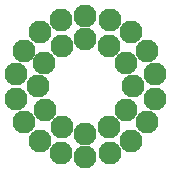
<source format=gbr>
%TF.GenerationSoftware,KiCad,Pcbnew,6.0.0-rc1-unknown-65cbf2d2b7~144~ubuntu18.04.1*%
%TF.CreationDate,2022-04-11T21:29:09+03:00*%
%TF.ProjectId,free_dry_electrodes_12_18,66726565-5f64-4727-995f-656c65637472,rev?*%
%TF.SameCoordinates,Original*%
%TF.FileFunction,Soldermask,Top*%
%TF.FilePolarity,Negative*%
%FSLAX46Y46*%
G04 Gerber Fmt 4.6, Leading zero omitted, Abs format (unit mm)*
G04 Created by KiCad (PCBNEW 6.0.0-rc1-unknown-65cbf2d2b7~144~ubuntu18.04.1) date 2022-04-11 21:29:09*
%MOMM*%
%LPD*%
G01*
G04 APERTURE LIST*
%ADD10O,1.950000X1.950000*%
G04 APERTURE END LIST*
D10*
%TO.C,REF\u002A\u002A*%
X5910000Y1040000D03*
%TD*%
%TO.C,REF\u002A\u002A*%
X-2050000Y-5630000D03*
%TD*%
%TO.C,REF\u002A\u002A*%
X3460000Y2000000D03*
%TD*%
%TO.C,REF\u002A\u002A*%
X2050000Y-5640000D03*
%TD*%
%TO.C,REF\u002A\u002A*%
X2000000Y-3460000D03*
%TD*%
%TO.C,REF\u002A\u002A*%
X5190000Y3000000D03*
%TD*%
%TO.C,REF\u002A\u002A*%
X3860000Y4600000D03*
%TD*%
%TO.C,REF\u002A\u002A*%
X-3470000Y2000000D03*
%TD*%
%TO.C,REF\u002A\u002A*%
X-2000000Y-3460000D03*
%TD*%
%TO.C,REF\u002A\u002A*%
X2050000Y5640000D03*
%TD*%
%TO.C,REF\u002A\u002A*%
X-2000000Y3470000D03*
%TD*%
%TO.C,REF\u002A\u002A*%
X-3860000Y4600000D03*
%TD*%
%TO.C,REF\u002A\u002A*%
X-5200000Y-3000000D03*
%TD*%
%TO.C,REF\u002A\u002A*%
X-3850000Y-4590000D03*
%TD*%
%TO.C,REF\u002A\u002A*%
X0Y6000000D03*
%TD*%
%TO.C,REF\u002A\u002A*%
X5200000Y-3000000D03*
%TD*%
%TO.C,REF\u002A\u002A*%
X-5200000Y3000000D03*
%TD*%
%TO.C,REF\u002A\u002A*%
X0Y-6000000D03*
%TD*%
%TO.C,REF\u002A\u002A*%
X3460000Y-2000000D03*
%TD*%
%TO.C,REF\u002A\u002A*%
X4000000Y0D03*
%TD*%
%TO.C,REF\u002A\u002A*%
X0Y-4000000D03*
%TD*%
%TO.C,REF\u002A\u002A*%
X-4000000Y0D03*
%TD*%
%TO.C,REF\u002A\u002A*%
X-3460000Y-2000000D03*
%TD*%
%TO.C,REF\u002A\u002A*%
X-5910000Y-1040000D03*
%TD*%
%TO.C,REF\u002A\u002A*%
X0Y4000000D03*
%TD*%
%TO.C,REF\u002A\u002A*%
X-5910000Y1040000D03*
%TD*%
%TO.C,REF\u002A\u002A*%
X-2050000Y5640000D03*
%TD*%
%TO.C,REF\u002A\u002A*%
X2000000Y3460000D03*
%TD*%
%TO.C,REF\u002A\u002A*%
X5910000Y-1050000D03*
%TD*%
%TO.C,REF\u002A\u002A*%
X3850000Y-4600000D03*
%TD*%
M02*

</source>
